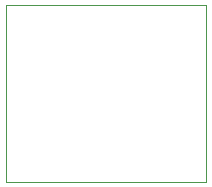
<source format=gbr>
G04 (created by PCBNEW (2013-07-07 BZR 4022)-stable) date 12/11/2014 3:56:36 AM*
%MOIN*%
G04 Gerber Fmt 3.4, Leading zero omitted, Abs format*
%FSLAX34Y34*%
G01*
G70*
G90*
G04 APERTURE LIST*
%ADD10C,0.00590551*%
%ADD11C,0.00393701*%
G04 APERTURE END LIST*
G54D10*
G54D11*
X83661Y-52559D02*
X79724Y-52559D01*
X83661Y-58464D02*
X83661Y-52559D01*
X76968Y-58464D02*
X83661Y-58464D01*
X76968Y-52559D02*
X76968Y-58464D01*
X79724Y-52559D02*
X76968Y-52559D01*
M02*

</source>
